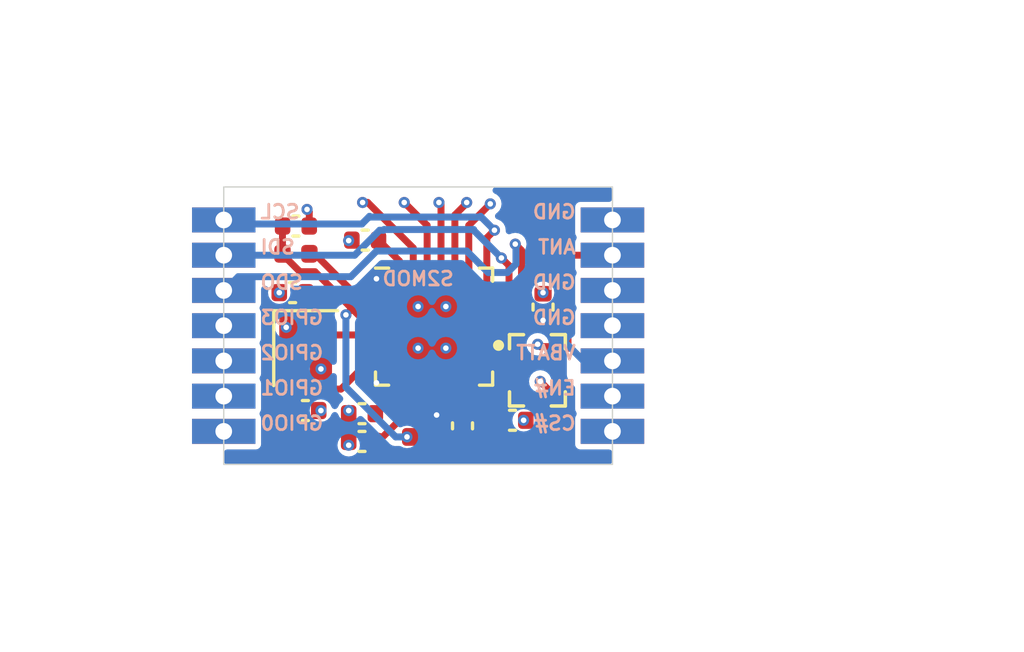
<source format=kicad_pcb>
(kicad_pcb (version 20221018) (generator pcbnew)
  (layers (0 "F.Cu" signal) (1 "In1.Cu" signal) (2 "In2.Cu" signal) (31 "B.Cu" signal) (34 "B.Paste" user) (35 "F.Paste" user) (36 "B.SilkS" user "B.Silkscreen") (37 "F.SilkS" user "F.Silkscreen") (38 "B.Mask" user) (39 "F.Mask" user) (44 "Edge.Cuts" user))
  (net 0 "")
  (net 1 "Net-(U1-ANT)")
  (net 2 "Net-(U2-TX)")
  (net 3 "Net-(U3-TX)")
  (net 4 "GND")
  (net 5 "/VSMPS2")
  (net 6 "Net-(U2-XOUT)")
  (net 7 "Net-(U2-XIN)")
  (net 8 "Net-(U2-VR_SYNTH)")
  (net 9 "Net-(U2-VREF_VCO)")
  (net 10 "Net-(U2-VR_RF)")
  (net 11 "Net-(U2-VR_DIG)")
  (net 12 "+BATT")
  (net 13 "Net-(U2-SMPS1)")
  (net 14 "Net-(U2-RXN)")
  (net 15 "Net-(U2-RXP)")
  (net 16 "/RF_SDO")
  (net 17 "/RF_SDI")
  (net 18 "/RF_SCL")
  (net 19 "/RF_CSn")
  (net 20 "/RF_GPIO0")
  (net 21 "/RF_GPIO1")
  (net 22 "/RF_GPIO2")
  (net 23 "/RF_GPIO3")
  (footprint "Capacitor_SMD:C_0402_1005Metric" (layer "F.Cu") (at 81.6 136.8 -90)
    (fp_text reference "C1" hide)
    (fp_text value "100n")
    (fp_line (start -0.107836 -0.36) (end 0.107836 -0.36) (stroke (width 0.12)) (layer "F.SilkS"))
    (fp_line (start -0.107836 0.36) (end 0.107836 0.36) (stroke (width 0.12)) (layer "F.SilkS"))
    (pad "1" smd roundrect (at -0.48 0 270) (size 0.56 0.62) (layers "F.Cu" "F.Paste" "F.Mask") (net 2 "Net-(U2-TX)"))
    (pad "2" smd roundrect (at 0.48 0 270) (size 0.56 0.62) (layers "F.Cu" "F.Paste" "F.Mask") (net 3 "Net-(U3-TX)"))
  )
  (footprint "Package_DFN_QFN:VQFN-24-1EP_4x4mm_P0.5mm_EP2.5x2.5mm" (layer "F.Cu") (at 80.575 133.225)
    (fp_text reference "U2" hide)
    (fp_text value "~")
    (fp_line (start -2.11 2.11) (end -2.11 1.635) (stroke (width 0.12)) (layer "F.SilkS"))
    (fp_line (start -1.635 -2.11) (end -2.11 -2.11) (stroke (width 0.12)) (layer "F.SilkS"))
    (fp_line (start -1.635 2.11) (end -2.11 2.11) (stroke (width 0.12)) (layer "F.SilkS"))
    (fp_line (start 1.635 -2.11) (end 2.11 -2.11) (stroke (width 0.12)) (layer "F.SilkS"))
    (fp_line (start 1.635 2.11) (end 2.11 2.11) (stroke (width 0.12)) (layer "F.SilkS"))
    (fp_line (start 2.11 -2.11) (end 2.11 -1.635) (stroke (width 0.12)) (layer "F.SilkS"))
    (fp_line (start 2.11 2.11) (end 2.11 1.635) (stroke (width 0.12)) (layer "F.SilkS"))
    (pad "1" smd roundrect (at -1.9375 -1.25) (size 0.875 0.25) (layers "F.Cu" "F.Paste" "F.Mask") (net 12 "+BATT"))
    (pad "2" smd roundrect (at -1.9375 -0.75) (size 0.875 0.25) (layers "F.Cu" "F.Paste" "F.Mask") (net 13 "Net-(U2-SMPS1)"))
    (pad "3" smd roundrect (at -1.9375 -0.25) (size 0.875 0.25) (layers "F.Cu" "F.Paste" "F.Mask") (net 5 "/VSMPS2"))
    (pad "4" smd roundrect (at -1.9375 0.25) (size 0.875 0.25) (layers "F.Cu" "F.Paste" "F.Mask") (net 6 "Net-(U2-XOUT)"))
    (pad "5" smd roundrect (at -1.9375 0.75) (size 0.875 0.25) (layers "F.Cu" "F.Paste" "F.Mask") (net 7 "Net-(U2-XIN)"))
    (pad "6" smd roundrect (at -1.9375 1.25) (size 0.875 0.25) (layers "F.Cu" "F.Paste" "F.Mask") (net 4 "GND"))
    (pad "7" smd roundrect (at -1.25 1.9375) (size 0.25 0.875) (layers "F.Cu" "F.Paste" "F.Mask") (net 12 "+BATT"))
    (pad "8" smd roundrect (at -0.75 1.9375) (size 0.25 0.875) (layers "F.Cu" "F.Paste" "F.Mask") (net 8 "Net-(U2-VR_SYNTH)"))
    (pad "9" smd roundrect (at -0.25 1.9375) (size 0.25 0.875) (layers "F.Cu" "F.Paste" "F.Mask") (net 9 "Net-(U2-VREF_VCO)"))
    (pad "10" smd roundrect (at 0.25 1.9375) (size 0.25 0.875) (layers "F.Cu" "F.Paste" "F.Mask") (net 12 "+BATT"))
    (pad "11" smd roundrect (at 0.75 1.9375) (size 0.25 0.875) (layers "F.Cu" "F.Paste" "F.Mask") (net 2 "Net-(U2-TX)"))
    (pad "12" smd roundrect (at 1.25 1.9375) (size 0.25 0.875) (layers "F.Cu" "F.Paste" "F.Mask") (net 10 "Net-(U2-VR_RF)"))
    (pad "13" smd roundrect (at 1.9375 1.25) (size 0.875 0.25) (layers "F.Cu" "F.Paste" "F.Mask") (net 14 "Net-(U2-RXN)"))
    (pad "14" smd roundrect (at 1.9375 0.75) (size 0.875 0.25) (layers "F.Cu" "F.Paste" "F.Mask") (net 15 "Net-(U2-RXP)"))
    (pad "15" smd roundrect (at 1.9375 0.25) (size 0.875 0.25) (layers "F.Cu" "F.Paste" "F.Mask") (net 12 "+BATT"))
    (pad "16" smd roundrect (at 1.9375 -0.25) (size 0.875 0.25) (layers "F.Cu" "F.Paste" "F.Mask") (net 16 "/RF_SDO"))
    (pad "17" smd roundrect (at 1.9375 -0.75) (size 0.875 0.25) (layers "F.Cu" "F.Paste" "F.Mask") (net 17 "/RF_SDI"))
    (pad "18" smd roundrect (at 1.9375 -1.25) (size 0.875 0.25) (layers "F.Cu" "F.Paste" "F.Mask") (net 18 "/RF_SCL"))
    (pad "19" smd roundrect (at 1.25 -1.9375) (size 0.25 0.875) (layers "F.Cu" "F.Paste" "F.Mask") (net 19 "/RF_CSn"))
    (pad "20" smd roundrect (at 0.75 -1.9375) (size 0.25 0.875) (layers "F.Cu" "F.Paste" "F.Mask") (net 20 "/RF_GPIO0"))
    (pad "21" smd roundrect (at 0.25 -1.9375) (size 0.25 0.875) (layers "F.Cu" "F.Paste" "F.Mask") (net 21 "/RF_GPIO1"))
    (pad "22" smd roundrect (at -0.25 -1.9375) (size 0.25 0.875) (layers "F.Cu" "F.Paste" "F.Mask") (net 22 "/RF_GPIO2"))
    (pad "23" smd roundrect (at -0.75 -1.9375) (size 0.25 0.875) (layers "F.Cu" "F.Paste" "F.Mask") (net 23 "/RF_GPIO3"))
    (pad "24" smd roundrect (at -1.25 -1.9375) (size 0.25 0.875) (layers "F.Cu" "F.Paste" "F.Mask") (net 11 "Net-(U2-VR_DIG)"))
    (pad "25" smd rect (at 0 0) (size 2.5 2.5) (layers "F.Cu" "F.Mask") (net 4 "GND"))
  )
  (footprint "Capacitor_SMD:C_0402_1005Metric" (layer "F.Cu") (at 84.5 132.52 90)
    (fp_text reference "C9" hide)
    (fp_text value "4u7")
    (fp_line (start -0.107836 -0.36) (end 0.107836 -0.36) (stroke (width 0.12)) (layer "F.SilkS"))
    (fp_line (start -0.107836 0.36) (end 0.107836 0.36) (stroke (width 0.12)) (layer "F.SilkS"))
    (pad "1" smd roundrect (at -0.48 0 90) (size 0.56 0.62) (layers "F.Cu" "F.Paste" "F.Mask") (net 12 "+BATT"))
    (pad "2" smd roundrect (at 0.48 0 90) (size 0.56 0.62) (layers "F.Cu" "F.Paste" "F.Mask") (net 4 "GND"))
  )
  (footprint "kikit:Tab" (layer "F.Cu") (at 85 138.6 90)
    (fp_text reference "H2" hide)
    (fp_text value "Tabs")
  )
  (footprint "Inductor_SMD:L_0402_1005Metric" (layer "F.Cu") (at 75.6 130.6)
    (fp_text reference "L2" hide)
    (fp_text value "3u3")
    (pad "1" smd roundrect (at -0.485 0) (size 0.59 0.64) (layers "F.Cu" "F.Paste" "F.Mask") (net 5 "/VSMPS2"))
    (pad "2" smd roundrect (at 0.485 0) (size 0.59 0.64) (layers "F.Cu" "F.Paste" "F.Mask") (net 13 "Net-(U2-SMPS1)"))
  )
  (footprint "Capacitor_SMD:C_0402_1005Metric" (layer "F.Cu") (at 83.4 136.6)
    (fp_text reference "C7" hide)
    (fp_text value "100n")
    (fp_line (start -0.107836 -0.36) (end 0.107836 -0.36) (stroke (width 0.12)) (layer "F.SilkS"))
    (fp_line (start -0.107836 0.36) (end 0.107836 0.36) (stroke (width 0.12)) (layer "F.SilkS"))
    (pad "1" smd roundrect (at -0.48 0) (size 0.56 0.62) (layers "F.Cu" "F.Paste" "F.Mask") (net 10 "Net-(U2-VR_RF)"))
    (pad "2" smd roundrect (at 0.48 0) (size 0.56 0.62) (layers "F.Cu" "F.Paste" "F.Mask") (net 4 "GND"))
  )
  (footprint "kikit:Tab" (layer "F.Cu") (at 85 127.8 -90)
    (fp_text reference "H3" hide)
    (fp_text value "Tabs")
  )
  (footprint "Library:S2MOD" (layer "F.Cu") (at 80 133.19)
    (fp_text reference "U1" hide)
    (fp_text value "S2MOD_REV")
    (fp_text user "VBATT" (at 5.73 1.27 unlocked) (layer "B.SilkS") (effects (font (size 0.5 0.5) (thickness 0.1)) (justify left bottom mirror)))
    (fp_text user "GPIO3" (at -5.73 0 unlocked) (layer "B.SilkS") (effects (font (size 0.5 0.5) (thickness 0.1)) (justify right bottom mirror)))
    (fp_text user "EN#" (at 5.73 2.54 unlocked) (layer "B.SilkS") (effects (font (size 0.5 0.5) (thickness 0.1)) (justify left bottom mirror)))
    (fp_text user "SDO" (at -5.73 -1.27 unlocked) (layer "B.SilkS") (effects (font (size 0.5 0.5) (thickness 0.1)) (justify right bottom mirror)))
    (fp_text user "SDI" (at -5.73 -2.54 unlocked) (layer "B.SilkS") (effects (font (size 0.5 0.5) (thickness 0.1)) (justify right bottom mirror)))
    (fp_text user "GND" (at 5.73 0 unlocked) (layer "B.SilkS") (effects (font (size 0.5 0.5) (thickness 0.1)) (justify left bottom mirror)))
    (fp_text user "GND" (at 5.73 -1.27 unlocked) (layer "B.SilkS") (effects (font (size 0.5 0.5) (thickness 0.1)) (justify left bottom mirror)))
    (fp_text user "GPIO2" (at -5.73 1.27 unlocked) (layer "B.SilkS") (effects (font (size 0.5 0.5) (thickness 0.1)) (justify right bottom mirror)))
    (fp_text user "ANT" (at 5.73 -2.54 unlocked) (layer "B.SilkS") (effects (font (size 0.5 0.5) (thickness 0.1)) (justify left bottom mirror)))
    (fp_text user "S2MOD" (at 0 -1.4 unlocked) (layer "B.SilkS") (effects (font (size 0.5 0.5) (thickness 0.1)) (justify bottom mirror)))
    (fp_text user "GPIO0" (at -5.73 3.81 unlocked) (layer "B.SilkS") (effects (font (size 0.5 0.5) (thickness 0.1)) (justify right bottom mirror)))
    (fp_text user "SCL" (at -5.73 -3.81 unlocked) (layer "B.SilkS") (effects (font (size 0.5 0.5) (thickness 0.1)) (justify right bottom mirror)))
    (fp_text user "CS#" (at 5.73 3.81 unlocked) (layer "B.SilkS") (effects (font (size 0.5 0.5) (thickness 0.1)) (justify left bottom mirror)))
    (fp_text user "GPIO1" (at -5.73 2.54 unlocked) (layer "B.SilkS") (effects (font (size 0.5 0.5) (thickness 0.1)) (justify right bottom mirror)))
    (fp_text user "GND" (at 5.73 -3.81 unlocked) (layer "B.SilkS") (effects (font (size 0.5 0.5) (thickness 0.1)) (justify left bottom mirror)))
    (fp_rect (start -7 -5) (end 7 5) (stroke (width 0.05)) (fill none) (layer "Edge.Cuts"))
    (pad "1" thru_hole rect (at -7 -3.81) (size 2.286 0.9) (drill 0.6) (property pad_prop_castellated) (layers "*.Cu" "*.Mask") (net 18 "/RF_SCL"))
    (pad "2" thru_hole rect (at -7 -2.54) (size 2.286 0.9) (drill 0.6) (property pad_prop_castellated) (layers "*.Cu" "*.Mask") (net 17 "/RF_SDI"))
    (pad "3" thru_hole rect (at -7 -1.27) (size 2.286 0.9) (drill 0.6) (property pad_prop_castellated) (layers "*.Cu" "*.Mask") (net 16 "/RF_SDO"))
    (pad "4" thru_hole rect (at -7 0) (size 2.286 0.9) (drill 0.6) (property pad_prop_castellated) (layers "*.Cu" "*.Mask") (net 23 "/RF_GPIO3"))
    (pad "5" thru_hole rect (at -7 1.27) (size 2.286 0.9) (drill 0.6) (property pad_prop_castellated) (layers "*.Cu" "*.Mask") (net 22 "/RF_GPIO2"))
    (pad "6" thru_hole rect (at -7 2.54) (size 2.286 0.9) (drill 0.6) (property pad_prop_castellated) (layers "*.Cu" "*.Mask") (net 21 "/RF_GPIO1"))
    (pad "7" thru_hole rect (at -7 3.81) (size 2.286 0.9) (drill 0.6) (property pad_prop_castellated) (layers "*.Cu" "*.Mask") (net 20 "/RF_GPIO0"))
    (pad "8" thru_hole rect (at 7 3.81) (size 2.286 0.9) (drill 0.6) (property pad_prop_castellated) (layers "*.Cu" "*.Mask") (net 19 "/RF_CSn"))
    (pad "9" thru_hole rect (at 7 2.54) (size 2.286 0.9) (drill 0.6) (property pad_prop_castellated) (layers "*.Cu" "*.Mask") (net 4 "GND"))
    (pad "10" thru_hole rect (at 7 1.27) (size 2.286 0.9) (drill 0.6) (property pad_prop_castellated) (layers "*.Cu" "*.Mask") (net 12 "+BATT"))
    (pad "11" thru_hole rect (at 7 0) (size 2.286 0.9) (drill 0.6) (property pad_prop_castellated) (layers "*.Cu" "*.Mask") (net 4 "GND"))
    (pad "12" thru_hole rect (at 7 -1.27) (size 2.286 0.9) (drill 0.6) (property pad_prop_castellated) (layers "*.Cu" "*.Mask") (net 4 "GND"))
    (pad "13" thru_hole rect (at 7 -2.54) (size 2.286 0.9) (drill 0.6) (property pad_prop_castellated) (layers "*.Cu" "*.Mask") (net 1 "Net-(U1-ANT)"))
    (pad "14" thru_hole rect (at 7 -3.81) (size 2.286 0.9) (drill 0.6) (property pad_prop_castellated) (layers "*.Cu" "*.Mask") (net 4 "GND"))
  )
  (footprint "Capacitor_SMD:C_0402_1005Metric" (layer "F.Cu") (at 78.093918 130.106347)
    (fp_text reference "C8" hide)
    (fp_text value "100n" hide)
    (fp_line (start -0.107836 -0.36) (end 0.107836 -0.36) (stroke (width 0.12)) (layer "F.SilkS"))
    (fp_line (start -0.107836 0.36) (end 0.107836 0.36) (stroke (width 0.12)) (layer "F.SilkS"))
    (pad "1" smd roundrect (at -0.48 0) (size 0.56 0.62) (layers "F.Cu" "F.Paste" "F.Mask") (net 4 "GND"))
    (pad "2" smd roundrect (at 0.48 0) (size 0.56 0.62) (layers "F.Cu" "F.Paste" "F.Mask") (net 11 "Net-(U2-VR_DIG)"))
  )
  (footprint "Capacitor_SMD:C_0402_1005Metric" (layer "F.Cu") (at 75.6 129.6 180)
    (fp_text reference "C2" hide)
    (fp_text value "100n")
    (fp_line (start -0.107836 -0.36) (end 0.107836 -0.36) (stroke (width 0.12)) (layer "F.SilkS"))
    (fp_line (start -0.107836 0.36) (end 0.107836 0.36) (stroke (width 0.12)) (layer "F.SilkS"))
    (pad "1" smd roundrect (at -0.48 0 180) (size 0.56 0.62) (layers "F.Cu" "F.Paste" "F.Mask") (net 4 "GND"))
    (pad "2" smd roundrect (at 0.48 0 180) (size 0.56 0.62) (layers "F.Cu" "F.Paste" "F.Mask") (net 5 "/VSMPS2"))
  )
  (footprint "Capacitor_SMD:C_0402_1005Metric" (layer "F.Cu") (at 75.48 132)
    (fp_text reference "C3" hide)
    (fp_text value "8p")
    (fp_line (start -0.107836 -0.36) (end 0.107836 -0.36) (stroke (width 0.12)) (layer "F.SilkS"))
    (fp_line (start -0.107836 0.36) (end 0.107836 0.36) (stroke (width 0.12)) (layer "F.SilkS"))
    (pad "1" smd roundrect (at -0.48 0) (size 0.56 0.62) (layers "F.Cu" "F.Paste" "F.Mask") (net 4 "GND"))
    (pad "2" smd roundrect (at 0.48 0) (size 0.56 0.62) (layers "F.Cu" "F.Paste" "F.Mask") (net 6 "Net-(U2-XOUT)"))
  )
  (footprint "Capacitor_SMD:C_0402_1005Metric" (layer "F.Cu") (at 77.98 137.362459 180)
    (fp_text reference "C6" hide)
    (fp_text value "100n")
    (fp_line (start -0.107836 -0.36) (end 0.107836 -0.36) (stroke (width 0.12)) (layer "F.SilkS"))
    (fp_line (start -0.107836 0.36) (end 0.107836 0.36) (stroke (width 0.12)) (layer "F.SilkS"))
    (pad "1" smd roundrect (at -0.48 0 180) (size 0.56 0.62) (layers "F.Cu" "F.Paste" "F.Mask") (net 9 "Net-(U2-VREF_VCO)"))
    (pad "2" smd roundrect (at 0.48 0 180) (size 0.56 0.62) (layers "F.Cu" "F.Paste" "F.Mask") (net 4 "GND"))
  )
  (footprint "Inductor_SMD:L_0402_1005Metric" (layer "F.Cu") (at 80.2 137.2 180)
    (fp_text reference "L1" hide)
    (fp_text value "3u3")
    (pad "1" smd roundrect (at -0.485 0 180) (size 0.59 0.64) (layers "F.Cu" "F.Paste" "F.Mask") (net 2 "Net-(U2-TX)"))
    (pad "2" smd roundrect (at 0.485 0 180) (size 0.59 0.64) (layers "F.Cu" "F.Paste" "F.Mask") (net 5 "/VSMPS2"))
  )
  (footprint "Crystal:Crystal_SMD_2016-4Pin_2.0x1.6mm" (layer "F.Cu") (at 75.95 134 -90)
    (fp_text reference "Y1" hide)
    (fp_text value "24M")
    (fp_line (start -1.35 -1.15) (end -1.35 1.15) (stroke (width 0.12)) (layer "F.SilkS"))
    (fp_line (start -1.35 1.15) (end 1.35 1.15) (stroke (width 0.12)) (layer "F.SilkS"))
    (pad "1" smd rect (at -0.7 0.55 270) (size 0.9 0.8) (layers "F.Cu" "F.Paste" "F.Mask") (net 4 "GND"))
    (pad "2" smd rect (at 0.7 0.55 270) (size 0.9 0.8) (layers "F.Cu" "F.Paste" "F.Mask") (net 7 "Net-(U2-XIN)"))
    (pad "3" smd rect (at 0.7 -0.55 270) (size 0.9 0.8) (layers "F.Cu" "F.Paste" "F.Mask") (net 4 "GND"))
    (pad "4" smd rect (at -0.7 -0.55 270) (size 0.9 0.8) (layers "F.Cu" "F.Paste" "F.Mask") (net 6 "Net-(U2-XOUT)"))
  )
  (footprint "Library:XDCR_BALF-SPI2-01D3" (layer "F.Cu") (at 84.297 134.8)
    (fp_text reference "U3" hide)
    (fp_text value "BALF-SPI2-01D3")
    (fp_line (start -1.005 -1.285) (end -1.005 -0.775) (stroke (width 0.127)) (layer "F.SilkS"))
    (fp_line (start -1.005 1.285) (end -1.005 0.775) (stroke (width 0.127)) (layer "F.SilkS"))
    (fp_line (start -0.5 -1.285) (end -1.005 -1.285) (stroke (width 0.127)) (layer "F.SilkS"))
    (fp_line (start -0.5 1.285) (end -1.005 1.285) (stroke (width 0.127)) (layer "F.SilkS"))
    (fp_line (start 0.5 -1.285) (end 1.005 -1.285) (stroke (width 0.127)) (layer "F.SilkS"))
    (fp_line (start 0.5 1.285) (end 1.005 1.285) (stroke (width 0.127)) (layer "F.SilkS"))
    (fp_line (start 1.005 -1.285) (end 1.005 -0.775) (stroke (width 0.127)) (layer "F.SilkS"))
    (fp_line (start 1.005 1.285) (end 1.005 0.775) (stroke (width 0.127)) (layer "F.SilkS"))
    (fp_circle (center -1.4 -0.9) (end -1.3 -0.9) (stroke (width 0.2)) (fill none) (layer "F.SilkS"))
    (pad "A1" smd circle (at -0.58 -0.855) (size 0.22 0.22) (layers "F.Cu" "F.Paste") (net 15 "Net-(U2-RXP)"))
    (pad "A2" smd circle (at 0.48 -0.855) (size 0.22 0.22) (layers "F.Cu" "F.Paste") (net 4 "GND"))
    (pad "B1" smd circle (at -0.58 -0.355) (size 0.22 0.22) (layers "F.Cu" "F.Paste") (net 14 "Net-(U2-RXN)"))
    (pad "B2" smd circle (at 0.48 -0.355) (size 0.22 0.22) (layers "F.Cu" "F.Paste") (net 1 "Net-(U1-ANT)"))
    (pad "C1" smd circle (at -0.58 0.855) (size 0.22 0.22) (layers "F.Cu" "F.Paste") (net 3 "Net-(U3-TX)"))
    (pad "C2" smd circle (at 0.48 0.855) (size 0.22 0.22) (layers "F.Cu" "F.Paste") (net 4 "GND"))
  )
  (footprint "kikit:Tab" (layer "F.Cu") (at 75 127.8 -90)
    (fp_text reference "H4" hide)
    (fp_text value "Tabs")
  )
  (footprint "kikit:Tab" (layer "F.Cu") (at 75 138.6 90)
    (fp_text reference "H1" hide)
    (fp_text value "Tabs")
  )
  (footprint "Capacitor_SMD:C_0402_1005Metric" (layer "F.Cu") (at 75.94 136.25 180)
    (fp_text reference "C4" hide)
    (fp_text value "8p")
    (fp_line (start -0.107836 -0.36) (end 0.107836 -0.36) (stroke (width 0.12)) (layer "F.SilkS"))
    (fp_line (start -0.107836 0.36) (end 0.107836 0.36) (stroke (width 0.12)) (layer "F.SilkS"))
    (pad "1" smd roundrect (at -0.48 0 180) (size 0.56 0.62) (layers "F.Cu" "F.Paste" "F.Mask") (net 4 "GND"))
    (pad "2" smd roundrect (at 0.48 0 180) (size 0.56 0.62) (layers "F.Cu" "F.Paste" "F.Mask") (net 7 "Net-(U2-XIN)"))
  )
  (footprint "Capacitor_SMD:C_0402_1005Metric" (layer "F.Cu") (at 77.98 136.362459 180)
    (fp_text reference "C5" hide)
    (fp_text value "100n")
    (fp_line (start -0.107836 -0.36) (end 0.107836 -0.36) (stroke (width 0.12)) (layer "F.SilkS"))
    (fp_line (start -0.107836 0.36) (end 0.107836 0.36) (stroke (width 0.12)) (layer "F.SilkS"))
    (pad "1" smd roundrect (at -0.48 0 180) (size 0.56 0.62) (layers "F.Cu" "F.Paste" "F.Mask") (net 8 "Net-(U2-VR_SYNTH)"))
    (pad "2" smd roundrect (at 0.48 0 180) (size 0.56 0.62) (layers "F.Cu" "F.Paste" "F.Mask") (net 4 "GND"))
  )
  (segment (start 84.932563 134.445) (end 85.4 133.977563) (width 0.25) (layer "F.Cu") (net 1))
  (segment (start 85.55 130.65) (end 87 130.65) (width 0.25) (layer "F.Cu") (net 1))
  (segment (start 85.4 130.8) (end 85.55 130.65) (width 0.25) (layer "F.Cu") (net 1))
  (segment (start 85.4 133.977563) (end 85.4 130.8) (width 0.25) (layer "F.Cu") (net 1))
  (segment (start 84.777 134.445) (end 84.932563 134.445) (width 0.25) (layer "F.Cu") (net 1))
  (segment (start 80.685 137.2) (end 81.565 136.32) (width 0.25) (layer "F.Cu") (net 2))
  (segment (start 81.6 136.32) (end 81.325 136.045) (width 0.25) (layer "F.Cu") (net 2))
  (segment (start 81.565 136.32) (end 81.6 136.32) (width 0.25) (layer "F.Cu") (net 2))
  (segment (start 81.325 136.045) (end 81.325 135.1625) (width 0.25) (layer "F.Cu") (net 2))
  (segment (start 81.6 137.28) (end 84.167609 137.28) (width 0.25) (layer "F.Cu") (net 3))
  (segment (start 84.485 136.237391) (end 83.902609 135.655) (width 0.25) (layer "F.Cu") (net 3))
  (segment (start 84.485 136.962609) (end 84.485 136.237391) (width 0.25) (layer "F.Cu") (net 3))
  (segment (start 83.902609 135.655) (end 83.717 135.655) (width 0.25) (layer "F.Cu") (net 3))
  (segment (start 84.167609 137.28) (end 84.485 136.962609) (width 0.25) (layer "F.Cu") (net 3))
  (segment (start 79.375 134.425) (end 80.575 133.225) (width 0.17) (layer "F.Cu") (net 4))
  (segment (start 84.777 133.945) (end 84.391563 133.945) (width 0.25) (layer "F.Cu") (net 4))
  (segment (start 78.6875 134.425) (end 79.375 134.425) (width 0.17) (layer "F.Cu") (net 4))
  (segment (start 76.08 129.6) (end 76.08 129.08) (width 0.25) (layer "F.Cu") (net 4))
  (segment (start 86.080718 133.394282) (end 86.25 133.225) (width 0.25) (layer "F.Cu") (net 4))
  (segment (start 84.391563 133.945) (end 84.306691 133.860128) (width 0.25) (layer "F.Cu") (net 4))
  (segment (start 84.777 135.577) (end 84.4 135.2) (width 0.25) (layer "F.Cu") (net 4))
  (segment (start 84.777 135.655) (end 84.777 135.577) (width 0.25) (layer "F.Cu") (net 4))
  (segment (start 76.08 129.08) (end 76 129) (width 0.25) (layer "F.Cu") (net 4))
  (via (at 80 132.5) (size 0.4) (drill 0.2) (layers "F.Cu" "B.Cu") (net 4))
  (via (at 75 132) (size 0.4) (drill 0.2) (layers "F.Cu" "B.Cu") (net 4))
  (via (at 77.5 137.5) (size 0.4) (drill 0.2) (layers "F.Cu" "B.Cu") (net 4))
  (via (at 81 134) (size 0.4) (drill 0.2) (layers "F.Cu" "B.Cu") (net 4))
  (via (at 80 134) (size 0.4) (drill 0.2) (layers "F.Cu" "B.Cu") (net 4))
  (via (at 84.306691 133.860128) (size 0.4) (drill 0.2) (layers "F.Cu" "B.Cu") (net 4))
  (via (at 77.5 136.25) (size 0.4) (drill 0.2) (layers "F.Cu" "B.Cu") (net 4))
  (via (at 84.4 135.2) (size 0.4) (drill 0.2) (layers "F.Cu" "B.Cu") (net 4))
  (via (at 76.5 136.25) (size 0.4) (drill 0.2) (layers "F.Cu" "B.Cu") (net 4))
  (via (at 84.5 132) (size 0.4) (drill 0.2) (layers "F.Cu" "B.Cu") (net 4))
  (via (at 75.25 133.25) (size 0.4) (drill 0.2) (layers "F.Cu" "B.Cu") (net 4))
  (via (at 76.5 134.75) (size 0.4) (drill 0.2) (layers "F.Cu" "B.Cu") (net 4))
  (via (at 77.5 130.123529) (size 0.4) (drill 0.2) (layers "F.Cu" "B.Cu") (net 4))
  (via (at 76 129) (size 0.4) (drill 0.2) (layers "F.Cu" "B.Cu") (net 4))
  (via (at 81 132.5) (size 0.4) (drill 0.2) (layers "F.Cu" "B.Cu") (net 4))
  (via (at 83.8 136.6) (size 0.4) (drill 0.2) (layers "F.Cu" "B.Cu") (net 4))
  (segment (start 75.115 130.618216) (end 75.115 130.6) (width 0.25) (layer "F.Cu") (net 5))
  (segment (start 78.6375 132.975) (end 78.015596 132.975) (width 0.25) (layer "F.Cu") (net 5))
  (segment (start 76.285596 131.245) (end 75.741784 131.245) (width 0.25) (layer "F.Cu") (net 5))
  (segment (start 77.620298 132.579702) (end 76.285596 131.245) (width 0.25) (layer "F.Cu") (net 5))
  (segment (start 75.741784 131.245) (end 75.115 130.618216) (width 0.25) (layer "F.Cu") (net 5))
  (segment (start 75.115 129.605) (end 75.12 129.6) (width 0.25) (layer "F.Cu") (net 5))
  (segment (start 77.4 132.8) (end 77.620298 132.579702) (width 0.25) (layer "F.Cu") (net 5))
  (segment (start 78.015596 132.975) (end 77.620298 132.579702) (width 0.25) (layer "F.Cu") (net 5))
  (segment (start 75.115 130.6) (end 75.115 129.605) (width 0.25) (layer "F.Cu") (net 5))
  (via (at 79.6 137.2) (size 0.4) (drill 0.2) (layers "F.Cu" "B.Cu") (net 5))
  (via (at 77.4 132.8) (size 0.4) (drill 0.2) (layers "F.Cu" "B.Cu") (net 5))
  (segment (start 79.192463 137.2) (end 79.6 137.2) (width 0.25) (layer "B.Cu") (net 5))
  (segment (start 77.4 132.8) (end 77.4 135.407537) (width 0.25) (layer "B.Cu") (net 5))
  (segment (start 77.4 135.407537) (end 79.192463 137.2) (width 0.25) (layer "B.Cu") (net 5))
  (segment (start 76.5 133.3) (end 76.725 133.525) (width 0.25) (layer "F.Cu") (net 6))
  (segment (start 78.5875 133.525) (end 78.6375 133.475) (width 0.25) (layer "F.Cu") (net 6))
  (segment (start 76.5 132.54) (end 76.5 133.3) (width 0.25) (layer "F.Cu") (net 6))
  (segment (start 75.96 132) (end 76.5 132.54) (width 0.25) (layer "F.Cu") (net 6))
  (segment (start 76.725 133.525) (end 78.5875 133.525) (width 0.25) (layer "F.Cu") (net 6))
  (segment (start 77.875 134.251992) (end 78.151991 133.975) (width 0.25) (layer "F.Cu") (net 7))
  (segment (start 75.4 134.7) (end 75.4 135.4) (width 0.25) (layer "F.Cu") (net 7))
  (segment (start 77.223008 135.475) (end 77.875 134.823008) (width 0.25) (layer "F.Cu") (net 7))
  (segment (start 77.875 134.823008) (end 77.875 134.251992) (width 0.25) (layer "F.Cu") (net 7))
  (segment (start 75.475 135.475) (end 77.223008 135.475) (width 0.25) (layer "F.Cu") (net 7))
  (segment (start 75.46 136.25) (end 75.46 135.49) (width 0.25) (layer "F.Cu") (net 7))
  (segment (start 75.46 135.49) (end 75.475 135.475) (width 0.25) (layer "F.Cu") (net 7))
  (segment (start 78.151991 133.975) (end 78.6375 133.975) (width 0.25) (layer "F.Cu") (net 7))
  (segment (start 75.4 135.4) (end 75.475 135.475) (width 0.25) (layer "F.Cu") (net 7))
  (segment (start 78.822459 136) (end 78.46 136.362459) (width 0.25) (layer "F.Cu") (net 8))
  (segment (start 79.825 135.648008) (end 79.473008 136) (width 0.25) (layer "F.Cu") (net 8))
  (segment (start 79.825 135.1625) (end 79.825 135.648008) (width 0.25) (layer "F.Cu") (net 8))
  (segment (start 79.473008 136) (end 78.822459 136) (width 0.25) (layer "F.Cu") (net 8))
  (segment (start 79.554404 136.555) (end 80.325 135.784404) (width 0.25) (layer "F.Cu") (net 9))
  (segment (start 78.564325 137.362459) (end 79.371784 136.555) (width 0.25) (layer "F.Cu") (net 9))
  (segment (start 80.325 135.784404) (end 80.325 135.1625) (width 0.25) (layer "F.Cu") (net 9))
  (segment (start 79.371784 136.555) (end 79.554404 136.555) (width 0.25) (layer "F.Cu") (net 9))
  (segment (start 78.46 137.362459) (end 78.564325 137.362459) (width 0.25) (layer "F.Cu") (net 9))
  (segment (start 81.825 135.1625) (end 81.825 135.505) (width 0.25) (layer "F.Cu") (net 10))
  (segment (start 81.825 135.505) (end 82.92 136.6) (width 0.25) (layer "F.Cu") (net 10))
  (segment (start 79.325 131.2875) (end 79.325 130.857429) (width 0.25) (layer "F.Cu") (net 11))
  (segment (start 79.325 130.857429) (end 78.573918 130.106347) (width 0.25) (layer "F.Cu") (net 11))
  (segment (start 80.825 136.251946) (end 80.825 135.1625) (width 0.25) (layer "F.Cu") (net 12))
  (segment (start 78.5875 135.1625) (end 78.5 135.25) (width 0.25) (layer "F.Cu") (net 12))
  (segment (start 82.5125 133.475) (end 83.525 133.475) (width 0.25) (layer "F.Cu") (net 12))
  (segment (start 78.5 131.5) (end 78.5 131.8375) (width 0.25) (layer "F.Cu") (net 12))
  (segment (start 80.666515 136.410431) (end 80.825 136.251946) (width 0.25) (layer "F.Cu") (net 12))
  (segment (start 78.5 131.8375) (end 78.6375 131.975) (width 0.25) (layer "F.Cu") (net 12))
  (segment (start 79.325 135.1625) (end 78.5875 135.1625) (width 0.25) (layer "F.Cu") (net 12))
  (segment (start 83.525 133.475) (end 84 133) (width 0.25) (layer "F.Cu") (net 12))
  (segment (start 84 133) (end 84.5 133) (width 0.25) (layer "F.Cu") (net 12))
  (via (at 80.666515 136.410431) (size 0.4) (drill 0.2) (layers "F.Cu" "B.Cu") (net 12))
  (via (at 78.5 135.25) (size 0.4) (drill 0.2) (layers "F.Cu" "B.Cu") (net 12))
  (via (at 78.5 131.5) (size 0.4) (drill 0.2) (layers "F.Cu" "B.Cu") (net 12))
  (via (at 84.5 133) (size 0.4) (drill 0.2) (layers "F.Cu" "B.Cu") (net 12))
  (segment (start 85.96 134.46) (end 84.5 133) (width 0.25) (layer "B.Cu") (net 12))
  (segment (start 86.97 134.46) (end 85.96 134.46) (width 0.25) (layer "B.Cu") (net 12))
  (segment (start 76.276992 130.6) (end 78.151992 132.475) (width 0.25) (layer "F.Cu") (net 13))
  (segment (start 78.151992 132.475) (end 78.6375 132.475) (width 0.25) (layer "F.Cu") (net 13))
  (segment (start 76.085 130.6) (end 76.276992 130.6) (width 0.25) (layer "F.Cu") (net 13))
  (segment (start 83.717 134.445) (end 82.5425 134.445) (width 0.25) (layer "F.Cu") (net 14))
  (segment (start 82.5425 134.445) (end 82.5125 134.475) (width 0.25) (layer "F.Cu") (net 14))
  (segment (start 83.717 133.945) (end 82.5425 133.945) (width 0.25) (layer "F.Cu") (net 15))
  (segment (start 82.5425 133.945) (end 82.5125 133.975) (width 0.25) (layer "F.Cu") (net 15))
  (segment (start 82.5125 132.975) (end 83.134404 132.975) (width 0.25) (layer "F.Cu") (net 16))
  (segment (start 83.725 132.384404) (end 83.725 130.475) (width 0.25) (layer "F.Cu") (net 16))
  (segment (start 83.725 130.475) (end 83.5 130.25) (width 0.25) (layer "F.Cu") (net 16))
  (segment (start 83.134404 132.975) (end 83.725 132.384404) (width 0.25) (layer "F.Cu") (net 16))
  (via (at 83.5 130.25) (size 0.4) (drill 0.2) (layers "F.Cu" "B.Cu") (net 16))
  (segment (start 81.75 130.5) (end 78.502388 130.5) (width 0.25) (layer "B.Cu") (net 16))
  (segment (start 73.525 131.425) (end 73.03 131.92) (width 0.25) (layer "B.Cu") (net 16))
  (segment (start 82.525 131.275) (end 81.75 130.5) (width 0.25) (layer "B.Cu") (net 16))
  (segment (start 83.5 130.25) (end 83.525 130.275) (width 0.25) (layer "B.Cu") (net 16))
  (segment (start 77.577388 131.425) (end 73.525 131.425) (width 0.25) (layer "B.Cu") (net 16))
  (segment (start 83.217463 131.275) (end 82.525 131.275) (width 0.25) (layer "B.Cu") (net 16))
  (segment (start 78.502388 130.5) (end 77.577388 131.425) (width 0.25) (layer "B.Cu") (net 16))
  (segment (start 83.525 130.967463) (end 83.217463 131.275) (width 0.25) (layer "B.Cu") (net 16))
  (segment (start 83.525 130.275) (end 83.525 130.967463) (width 0.25) (layer "B.Cu") (net 16))
  (segment (start 83.275 132.198008) (end 83.275 131.025) (width 0.25) (layer "F.Cu") (net 17))
  (segment (start 83.275 131.025) (end 83 130.75) (width 0.25) (layer "F.Cu") (net 17))
  (segment (start 82.5125 132.475) (end 82.998008 132.475) (width 0.25) (layer "F.Cu") (net 17))
  (segment (start 82.998008 132.475) (end 83.275 132.198008) (width 0.25) (layer "F.Cu") (net 17))
  (via (at 83 130.75) (size 0.4) (drill 0.2) (layers "F.Cu" "B.Cu") (net 17))
  (segment (start 73.03 130.65) (end 77.715992 130.65) (width 0.25) (layer "B.Cu") (net 17))
  (segment (start 82 129.75) (end 83 130.75) (width 0.25) (layer "B.Cu") (net 17))
  (segment (start 77.715992 130.65) (end 78.615992 129.75) (width 0.25) (layer "B.Cu") (net 17))
  (segment (start 78.615992 129.75) (end 78.75 129.75) (width 0.25) (layer "B.Cu") (net 17))
  (segment (start 78.775 129.725) (end 82 129.725) (width 0.25) (layer "B.Cu") (net 17))
  (segment (start 78.75 129.75) (end 78.775 129.725) (width 0.25) (layer "B.Cu") (net 17))
  (segment (start 82 129.725) (end 82 129.75) (width 0.25) (layer "B.Cu") (net 17))
  (segment (start 82.5125 131.975) (end 82.475 131.9375) (width 0.25) (layer "F.Cu") (net 18))
  (segment (start 82.475 131.9375) (end 82.475 130.025) (width 0.25) (layer "F.Cu") (net 18))
  (segment (start 82.475 130.025) (end 82.75 129.75) (width 0.25) (layer "F.Cu") (net 18))
  (via (at 82.75 129.75) (size 0.4) (drill 0.2) (layers "F.Cu" "B.Cu") (net 18))
  (segment (start 73.175 129.525) (end 73.03 129.38) (width 0.25) (layer "B.Cu") (net 18))
  (segment (start 77.975 129.525) (end 73.175 129.525) (width 0.25) (layer "B.Cu") (net 18))
  (segment (start 78.275 129.275) (end 78.25 129.25) (width 0.25) (layer "B.Cu") (net 18))
  (segment (start 82.225 129.275) (end 78.275 129.275) (width 0.25) (layer "B.Cu") (net 18))
  (segment (start 82.25 129.25) (end 82.225 129.275) (width 0.25) (layer "B.Cu") (net 18))
  (segment (start 82.75 129.75) (end 82.25 129.25) (width 0.25) (layer "B.Cu") (net 18))
  (segment (start 78.25 129.25) (end 77.975 129.525) (width 0.25) (layer "B.Cu") (net 18))
  (segment (start 81.825 129.575) (end 82.6 128.8) (width 0.25) (layer "F.Cu") (net 19))
  (segment (start 81.825 131.2875) (end 81.825 129.575) (width 0.25) (layer "F.Cu") (net 19))
  (via (at 82.6 128.8) (size 0.4) (drill 0.2) (layers "F.Cu" "B.Cu") (net 19))
  (segment (start 81.325 129.200305) (end 81.75 128.775305) (width 0.25) (layer "F.Cu") (net 20))
  (segment (start 81.75 128.775305) (end 81.75 128.75) (width 0.25) (layer "F.Cu") (net 20))
  (segment (start 81.325 131.2875) (end 81.325 129.200305) (width 0.25) (layer "F.Cu") (net 20))
  (segment (start 81.75 128.75) (end 81.775305 128.75) (width 0.25) (layer "F.Cu") (net 20))
  (segment (start 81.775305 128.75) (end 81.75 128.775305) (width 0.25) (layer "F.Cu") (net 20))
  (via (at 81.75 128.75) (size 0.4) (drill 0.2) (layers "F.Cu" "B.Cu") (net 20))
  (segment (start 80.825 131.2875) (end 80.825 128.825) (width 0.25) (layer "F.Cu") (net 21))
  (segment (start 80.825 128.825) (end 80.75 128.75) (width 0.25) (layer "F.Cu") (net 21))
  (via (at 80.75 128.75) (size 0.4) (drill 0.2) (layers "F.Cu" "B.Cu") (net 21))
  (segment (start 80.325 129.575) (end 79.5 128.75) (width 0.25) (layer "F.Cu") (net 22))
  (segment (start 80.325 131.2875) (end 80.325 129.575) (width 0.25) (layer "F.Cu") (net 22))
  (via (at 79.5 128.75) (size 0.4) (drill 0.2) (layers "F.Cu" "B.Cu") (net 22))
  (segment (start 78.18518 128.75) (end 78 128.75) (width 0.25) (layer "F.Cu") (net 23))
  (segment (start 79.825 131.2875) (end 79.825 130.38982) (width 0.25) (layer "F.Cu") (net 23))
  (segment (start 79.825 130.38982) (end 78.18518 128.75) (width 0.25) (layer "F.Cu") (net 23))
  (via (at 78 128.75) (size 0.4) (drill 0.2) (layers "F.Cu" "B.Cu") (net 23))
  (zone (net 12) (net_name "+BATT") (layer "B.Cu") (priority 1) (connect_pads (clearance 0)) (min_thickness 0.25) (fill yes (thermal_gap 0.5) (thermal_bridge_width 0.5))
    (polygon (pts (xy 72.5 125) (xy 87.5 125) (xy 87.5 140) (xy 72.5 140)))
  )
)
</source>
